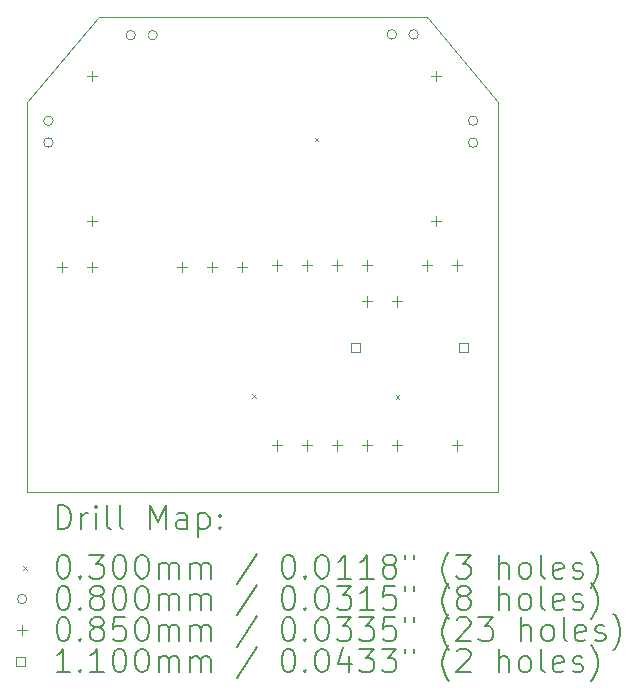
<source format=gbr>
%TF.GenerationSoftware,KiCad,Pcbnew,9.0.5*%
%TF.CreationDate,2025-12-02T21:38:52+01:00*%
%TF.ProjectId,ToyBoard,546f7942-6f61-4726-942e-6b696361645f,rev?*%
%TF.SameCoordinates,Original*%
%TF.FileFunction,Drillmap*%
%TF.FilePolarity,Positive*%
%FSLAX45Y45*%
G04 Gerber Fmt 4.5, Leading zero omitted, Abs format (unit mm)*
G04 Created by KiCad (PCBNEW 9.0.5) date 2025-12-02 21:38:52*
%MOMM*%
%LPD*%
G01*
G04 APERTURE LIST*
%ADD10C,0.038100*%
%ADD11C,0.200000*%
%ADD12C,0.100000*%
%ADD13C,0.110000*%
G04 APERTURE END LIST*
D10*
X12310000Y-9370000D02*
X12320000Y-9360000D01*
X15100000Y-9370000D02*
X15090000Y-9360000D01*
X11710000Y-13385800D02*
X15697200Y-13385800D01*
X15090000Y-9360000D02*
X12320000Y-9360000D01*
X15697200Y-13385800D02*
X15697200Y-10083800D01*
X11710000Y-10084176D02*
X11710000Y-13385800D01*
X11710000Y-10084176D02*
X12310000Y-9370000D01*
X15697200Y-10083800D02*
X15100000Y-9370000D01*
D11*
D12*
X13617500Y-12558000D02*
X13647500Y-12588000D01*
X13647500Y-12558000D02*
X13617500Y-12588000D01*
X14145000Y-10387500D02*
X14175000Y-10417500D01*
X14175000Y-10387500D02*
X14145000Y-10417500D01*
X14831068Y-12566068D02*
X14861068Y-12596068D01*
X14861068Y-12566068D02*
X14831068Y-12596068D01*
X11930050Y-10242500D02*
G75*
G02*
X11850050Y-10242500I-40000J0D01*
G01*
X11850050Y-10242500D02*
G75*
G02*
X11930050Y-10242500I40000J0D01*
G01*
X11930050Y-10427500D02*
G75*
G02*
X11850050Y-10427500I-40000J0D01*
G01*
X11850050Y-10427500D02*
G75*
G02*
X11930050Y-10427500I40000J0D01*
G01*
X12627500Y-9518500D02*
G75*
G02*
X12547500Y-9518500I-40000J0D01*
G01*
X12547500Y-9518500D02*
G75*
G02*
X12627500Y-9518500I40000J0D01*
G01*
X12812500Y-9518500D02*
G75*
G02*
X12732500Y-9518500I-40000J0D01*
G01*
X12732500Y-9518500D02*
G75*
G02*
X12812500Y-9518500I40000J0D01*
G01*
X14837500Y-9511500D02*
G75*
G02*
X14757500Y-9511500I-40000J0D01*
G01*
X14757500Y-9511500D02*
G75*
G02*
X14837500Y-9511500I40000J0D01*
G01*
X15022500Y-9511500D02*
G75*
G02*
X14942500Y-9511500I-40000J0D01*
G01*
X14942500Y-9511500D02*
G75*
G02*
X15022500Y-9511500I40000J0D01*
G01*
X15525800Y-10242500D02*
G75*
G02*
X15445800Y-10242500I-40000J0D01*
G01*
X15445800Y-10242500D02*
G75*
G02*
X15525800Y-10242500I40000J0D01*
G01*
X15525800Y-10427500D02*
G75*
G02*
X15445800Y-10427500I-40000J0D01*
G01*
X15445800Y-10427500D02*
G75*
G02*
X15525800Y-10427500I40000J0D01*
G01*
X12008000Y-11435500D02*
X12008000Y-11520500D01*
X11965500Y-11478000D02*
X12050500Y-11478000D01*
X12258200Y-9820600D02*
X12258200Y-9905600D01*
X12215700Y-9863100D02*
X12300700Y-9863100D01*
X12258200Y-11052500D02*
X12258200Y-11137500D01*
X12215700Y-11095000D02*
X12300700Y-11095000D01*
X12262000Y-11435500D02*
X12262000Y-11520500D01*
X12219500Y-11478000D02*
X12304500Y-11478000D01*
X13024000Y-11435500D02*
X13024000Y-11520500D01*
X12981500Y-11478000D02*
X13066500Y-11478000D01*
X13278000Y-11435500D02*
X13278000Y-11520500D01*
X13235500Y-11478000D02*
X13320500Y-11478000D01*
X13532000Y-11435500D02*
X13532000Y-11520500D01*
X13489500Y-11478000D02*
X13574500Y-11478000D01*
X13828000Y-11425500D02*
X13828000Y-11510500D01*
X13785500Y-11468000D02*
X13870500Y-11468000D01*
X13828000Y-12949500D02*
X13828000Y-13034500D01*
X13785500Y-12992000D02*
X13870500Y-12992000D01*
X14082000Y-11425500D02*
X14082000Y-11510500D01*
X14039500Y-11468000D02*
X14124500Y-11468000D01*
X14082000Y-12949500D02*
X14082000Y-13034500D01*
X14039500Y-12992000D02*
X14124500Y-12992000D01*
X14336000Y-11425500D02*
X14336000Y-11510500D01*
X14293500Y-11468000D02*
X14378500Y-11468000D01*
X14336000Y-12949500D02*
X14336000Y-13034500D01*
X14293500Y-12992000D02*
X14378500Y-12992000D01*
X14590000Y-11425500D02*
X14590000Y-11510500D01*
X14547500Y-11468000D02*
X14632500Y-11468000D01*
X14590000Y-11730300D02*
X14590000Y-11815300D01*
X14547500Y-11772800D02*
X14632500Y-11772800D01*
X14590000Y-12949500D02*
X14590000Y-13034500D01*
X14547500Y-12992000D02*
X14632500Y-12992000D01*
X14844000Y-11730300D02*
X14844000Y-11815300D01*
X14801500Y-11772800D02*
X14886500Y-11772800D01*
X14844000Y-12949500D02*
X14844000Y-13034500D01*
X14801500Y-12992000D02*
X14886500Y-12992000D01*
X15098000Y-11425500D02*
X15098000Y-11510500D01*
X15055500Y-11468000D02*
X15140500Y-11468000D01*
X15171580Y-9820600D02*
X15171580Y-9905600D01*
X15129080Y-9863100D02*
X15214080Y-9863100D01*
X15171580Y-11052500D02*
X15171580Y-11137500D01*
X15129080Y-11095000D02*
X15214080Y-11095000D01*
X15352000Y-11425500D02*
X15352000Y-11510500D01*
X15309500Y-11468000D02*
X15394500Y-11468000D01*
X15352000Y-12949500D02*
X15352000Y-13034500D01*
X15309500Y-12992000D02*
X15394500Y-12992000D01*
D13*
X14531691Y-12198891D02*
X14531691Y-12121109D01*
X14453909Y-12121109D01*
X14453909Y-12198891D01*
X14531691Y-12198891D01*
X15446091Y-12198891D02*
X15446091Y-12121109D01*
X15368309Y-12121109D01*
X15368309Y-12198891D01*
X15446091Y-12198891D01*
D11*
X11968872Y-13699189D02*
X11968872Y-13499189D01*
X11968872Y-13499189D02*
X12016491Y-13499189D01*
X12016491Y-13499189D02*
X12045062Y-13508713D01*
X12045062Y-13508713D02*
X12064110Y-13527760D01*
X12064110Y-13527760D02*
X12073634Y-13546808D01*
X12073634Y-13546808D02*
X12083157Y-13584903D01*
X12083157Y-13584903D02*
X12083157Y-13613474D01*
X12083157Y-13613474D02*
X12073634Y-13651570D01*
X12073634Y-13651570D02*
X12064110Y-13670617D01*
X12064110Y-13670617D02*
X12045062Y-13689665D01*
X12045062Y-13689665D02*
X12016491Y-13699189D01*
X12016491Y-13699189D02*
X11968872Y-13699189D01*
X12168872Y-13699189D02*
X12168872Y-13565855D01*
X12168872Y-13603951D02*
X12178396Y-13584903D01*
X12178396Y-13584903D02*
X12187919Y-13575379D01*
X12187919Y-13575379D02*
X12206967Y-13565855D01*
X12206967Y-13565855D02*
X12226015Y-13565855D01*
X12292681Y-13699189D02*
X12292681Y-13565855D01*
X12292681Y-13499189D02*
X12283157Y-13508713D01*
X12283157Y-13508713D02*
X12292681Y-13518236D01*
X12292681Y-13518236D02*
X12302205Y-13508713D01*
X12302205Y-13508713D02*
X12292681Y-13499189D01*
X12292681Y-13499189D02*
X12292681Y-13518236D01*
X12416491Y-13699189D02*
X12397443Y-13689665D01*
X12397443Y-13689665D02*
X12387919Y-13670617D01*
X12387919Y-13670617D02*
X12387919Y-13499189D01*
X12521253Y-13699189D02*
X12502205Y-13689665D01*
X12502205Y-13689665D02*
X12492681Y-13670617D01*
X12492681Y-13670617D02*
X12492681Y-13499189D01*
X12749824Y-13699189D02*
X12749824Y-13499189D01*
X12749824Y-13499189D02*
X12816491Y-13642046D01*
X12816491Y-13642046D02*
X12883157Y-13499189D01*
X12883157Y-13499189D02*
X12883157Y-13699189D01*
X13064110Y-13699189D02*
X13064110Y-13594427D01*
X13064110Y-13594427D02*
X13054586Y-13575379D01*
X13054586Y-13575379D02*
X13035538Y-13565855D01*
X13035538Y-13565855D02*
X12997443Y-13565855D01*
X12997443Y-13565855D02*
X12978396Y-13575379D01*
X13064110Y-13689665D02*
X13045062Y-13699189D01*
X13045062Y-13699189D02*
X12997443Y-13699189D01*
X12997443Y-13699189D02*
X12978396Y-13689665D01*
X12978396Y-13689665D02*
X12968872Y-13670617D01*
X12968872Y-13670617D02*
X12968872Y-13651570D01*
X12968872Y-13651570D02*
X12978396Y-13632522D01*
X12978396Y-13632522D02*
X12997443Y-13622998D01*
X12997443Y-13622998D02*
X13045062Y-13622998D01*
X13045062Y-13622998D02*
X13064110Y-13613474D01*
X13159348Y-13565855D02*
X13159348Y-13765855D01*
X13159348Y-13575379D02*
X13178396Y-13565855D01*
X13178396Y-13565855D02*
X13216491Y-13565855D01*
X13216491Y-13565855D02*
X13235538Y-13575379D01*
X13235538Y-13575379D02*
X13245062Y-13584903D01*
X13245062Y-13584903D02*
X13254586Y-13603951D01*
X13254586Y-13603951D02*
X13254586Y-13661093D01*
X13254586Y-13661093D02*
X13245062Y-13680141D01*
X13245062Y-13680141D02*
X13235538Y-13689665D01*
X13235538Y-13689665D02*
X13216491Y-13699189D01*
X13216491Y-13699189D02*
X13178396Y-13699189D01*
X13178396Y-13699189D02*
X13159348Y-13689665D01*
X13340300Y-13680141D02*
X13349824Y-13689665D01*
X13349824Y-13689665D02*
X13340300Y-13699189D01*
X13340300Y-13699189D02*
X13330777Y-13689665D01*
X13330777Y-13689665D02*
X13340300Y-13680141D01*
X13340300Y-13680141D02*
X13340300Y-13699189D01*
X13340300Y-13575379D02*
X13349824Y-13584903D01*
X13349824Y-13584903D02*
X13340300Y-13594427D01*
X13340300Y-13594427D02*
X13330777Y-13584903D01*
X13330777Y-13584903D02*
X13340300Y-13575379D01*
X13340300Y-13575379D02*
X13340300Y-13594427D01*
D12*
X11678095Y-14012705D02*
X11708095Y-14042705D01*
X11708095Y-14012705D02*
X11678095Y-14042705D01*
D11*
X12006967Y-13919189D02*
X12026015Y-13919189D01*
X12026015Y-13919189D02*
X12045062Y-13928713D01*
X12045062Y-13928713D02*
X12054586Y-13938236D01*
X12054586Y-13938236D02*
X12064110Y-13957284D01*
X12064110Y-13957284D02*
X12073634Y-13995379D01*
X12073634Y-13995379D02*
X12073634Y-14042998D01*
X12073634Y-14042998D02*
X12064110Y-14081093D01*
X12064110Y-14081093D02*
X12054586Y-14100141D01*
X12054586Y-14100141D02*
X12045062Y-14109665D01*
X12045062Y-14109665D02*
X12026015Y-14119189D01*
X12026015Y-14119189D02*
X12006967Y-14119189D01*
X12006967Y-14119189D02*
X11987919Y-14109665D01*
X11987919Y-14109665D02*
X11978396Y-14100141D01*
X11978396Y-14100141D02*
X11968872Y-14081093D01*
X11968872Y-14081093D02*
X11959348Y-14042998D01*
X11959348Y-14042998D02*
X11959348Y-13995379D01*
X11959348Y-13995379D02*
X11968872Y-13957284D01*
X11968872Y-13957284D02*
X11978396Y-13938236D01*
X11978396Y-13938236D02*
X11987919Y-13928713D01*
X11987919Y-13928713D02*
X12006967Y-13919189D01*
X12159348Y-14100141D02*
X12168872Y-14109665D01*
X12168872Y-14109665D02*
X12159348Y-14119189D01*
X12159348Y-14119189D02*
X12149824Y-14109665D01*
X12149824Y-14109665D02*
X12159348Y-14100141D01*
X12159348Y-14100141D02*
X12159348Y-14119189D01*
X12235538Y-13919189D02*
X12359348Y-13919189D01*
X12359348Y-13919189D02*
X12292681Y-13995379D01*
X12292681Y-13995379D02*
X12321253Y-13995379D01*
X12321253Y-13995379D02*
X12340300Y-14004903D01*
X12340300Y-14004903D02*
X12349824Y-14014427D01*
X12349824Y-14014427D02*
X12359348Y-14033474D01*
X12359348Y-14033474D02*
X12359348Y-14081093D01*
X12359348Y-14081093D02*
X12349824Y-14100141D01*
X12349824Y-14100141D02*
X12340300Y-14109665D01*
X12340300Y-14109665D02*
X12321253Y-14119189D01*
X12321253Y-14119189D02*
X12264110Y-14119189D01*
X12264110Y-14119189D02*
X12245062Y-14109665D01*
X12245062Y-14109665D02*
X12235538Y-14100141D01*
X12483157Y-13919189D02*
X12502205Y-13919189D01*
X12502205Y-13919189D02*
X12521253Y-13928713D01*
X12521253Y-13928713D02*
X12530777Y-13938236D01*
X12530777Y-13938236D02*
X12540300Y-13957284D01*
X12540300Y-13957284D02*
X12549824Y-13995379D01*
X12549824Y-13995379D02*
X12549824Y-14042998D01*
X12549824Y-14042998D02*
X12540300Y-14081093D01*
X12540300Y-14081093D02*
X12530777Y-14100141D01*
X12530777Y-14100141D02*
X12521253Y-14109665D01*
X12521253Y-14109665D02*
X12502205Y-14119189D01*
X12502205Y-14119189D02*
X12483157Y-14119189D01*
X12483157Y-14119189D02*
X12464110Y-14109665D01*
X12464110Y-14109665D02*
X12454586Y-14100141D01*
X12454586Y-14100141D02*
X12445062Y-14081093D01*
X12445062Y-14081093D02*
X12435538Y-14042998D01*
X12435538Y-14042998D02*
X12435538Y-13995379D01*
X12435538Y-13995379D02*
X12445062Y-13957284D01*
X12445062Y-13957284D02*
X12454586Y-13938236D01*
X12454586Y-13938236D02*
X12464110Y-13928713D01*
X12464110Y-13928713D02*
X12483157Y-13919189D01*
X12673634Y-13919189D02*
X12692681Y-13919189D01*
X12692681Y-13919189D02*
X12711729Y-13928713D01*
X12711729Y-13928713D02*
X12721253Y-13938236D01*
X12721253Y-13938236D02*
X12730777Y-13957284D01*
X12730777Y-13957284D02*
X12740300Y-13995379D01*
X12740300Y-13995379D02*
X12740300Y-14042998D01*
X12740300Y-14042998D02*
X12730777Y-14081093D01*
X12730777Y-14081093D02*
X12721253Y-14100141D01*
X12721253Y-14100141D02*
X12711729Y-14109665D01*
X12711729Y-14109665D02*
X12692681Y-14119189D01*
X12692681Y-14119189D02*
X12673634Y-14119189D01*
X12673634Y-14119189D02*
X12654586Y-14109665D01*
X12654586Y-14109665D02*
X12645062Y-14100141D01*
X12645062Y-14100141D02*
X12635538Y-14081093D01*
X12635538Y-14081093D02*
X12626015Y-14042998D01*
X12626015Y-14042998D02*
X12626015Y-13995379D01*
X12626015Y-13995379D02*
X12635538Y-13957284D01*
X12635538Y-13957284D02*
X12645062Y-13938236D01*
X12645062Y-13938236D02*
X12654586Y-13928713D01*
X12654586Y-13928713D02*
X12673634Y-13919189D01*
X12826015Y-14119189D02*
X12826015Y-13985855D01*
X12826015Y-14004903D02*
X12835538Y-13995379D01*
X12835538Y-13995379D02*
X12854586Y-13985855D01*
X12854586Y-13985855D02*
X12883158Y-13985855D01*
X12883158Y-13985855D02*
X12902205Y-13995379D01*
X12902205Y-13995379D02*
X12911729Y-14014427D01*
X12911729Y-14014427D02*
X12911729Y-14119189D01*
X12911729Y-14014427D02*
X12921253Y-13995379D01*
X12921253Y-13995379D02*
X12940300Y-13985855D01*
X12940300Y-13985855D02*
X12968872Y-13985855D01*
X12968872Y-13985855D02*
X12987919Y-13995379D01*
X12987919Y-13995379D02*
X12997443Y-14014427D01*
X12997443Y-14014427D02*
X12997443Y-14119189D01*
X13092681Y-14119189D02*
X13092681Y-13985855D01*
X13092681Y-14004903D02*
X13102205Y-13995379D01*
X13102205Y-13995379D02*
X13121253Y-13985855D01*
X13121253Y-13985855D02*
X13149824Y-13985855D01*
X13149824Y-13985855D02*
X13168872Y-13995379D01*
X13168872Y-13995379D02*
X13178396Y-14014427D01*
X13178396Y-14014427D02*
X13178396Y-14119189D01*
X13178396Y-14014427D02*
X13187919Y-13995379D01*
X13187919Y-13995379D02*
X13206967Y-13985855D01*
X13206967Y-13985855D02*
X13235538Y-13985855D01*
X13235538Y-13985855D02*
X13254586Y-13995379D01*
X13254586Y-13995379D02*
X13264110Y-14014427D01*
X13264110Y-14014427D02*
X13264110Y-14119189D01*
X13654586Y-13909665D02*
X13483158Y-14166808D01*
X13911729Y-13919189D02*
X13930777Y-13919189D01*
X13930777Y-13919189D02*
X13949824Y-13928713D01*
X13949824Y-13928713D02*
X13959348Y-13938236D01*
X13959348Y-13938236D02*
X13968872Y-13957284D01*
X13968872Y-13957284D02*
X13978396Y-13995379D01*
X13978396Y-13995379D02*
X13978396Y-14042998D01*
X13978396Y-14042998D02*
X13968872Y-14081093D01*
X13968872Y-14081093D02*
X13959348Y-14100141D01*
X13959348Y-14100141D02*
X13949824Y-14109665D01*
X13949824Y-14109665D02*
X13930777Y-14119189D01*
X13930777Y-14119189D02*
X13911729Y-14119189D01*
X13911729Y-14119189D02*
X13892681Y-14109665D01*
X13892681Y-14109665D02*
X13883158Y-14100141D01*
X13883158Y-14100141D02*
X13873634Y-14081093D01*
X13873634Y-14081093D02*
X13864110Y-14042998D01*
X13864110Y-14042998D02*
X13864110Y-13995379D01*
X13864110Y-13995379D02*
X13873634Y-13957284D01*
X13873634Y-13957284D02*
X13883158Y-13938236D01*
X13883158Y-13938236D02*
X13892681Y-13928713D01*
X13892681Y-13928713D02*
X13911729Y-13919189D01*
X14064110Y-14100141D02*
X14073634Y-14109665D01*
X14073634Y-14109665D02*
X14064110Y-14119189D01*
X14064110Y-14119189D02*
X14054586Y-14109665D01*
X14054586Y-14109665D02*
X14064110Y-14100141D01*
X14064110Y-14100141D02*
X14064110Y-14119189D01*
X14197443Y-13919189D02*
X14216491Y-13919189D01*
X14216491Y-13919189D02*
X14235539Y-13928713D01*
X14235539Y-13928713D02*
X14245062Y-13938236D01*
X14245062Y-13938236D02*
X14254586Y-13957284D01*
X14254586Y-13957284D02*
X14264110Y-13995379D01*
X14264110Y-13995379D02*
X14264110Y-14042998D01*
X14264110Y-14042998D02*
X14254586Y-14081093D01*
X14254586Y-14081093D02*
X14245062Y-14100141D01*
X14245062Y-14100141D02*
X14235539Y-14109665D01*
X14235539Y-14109665D02*
X14216491Y-14119189D01*
X14216491Y-14119189D02*
X14197443Y-14119189D01*
X14197443Y-14119189D02*
X14178396Y-14109665D01*
X14178396Y-14109665D02*
X14168872Y-14100141D01*
X14168872Y-14100141D02*
X14159348Y-14081093D01*
X14159348Y-14081093D02*
X14149824Y-14042998D01*
X14149824Y-14042998D02*
X14149824Y-13995379D01*
X14149824Y-13995379D02*
X14159348Y-13957284D01*
X14159348Y-13957284D02*
X14168872Y-13938236D01*
X14168872Y-13938236D02*
X14178396Y-13928713D01*
X14178396Y-13928713D02*
X14197443Y-13919189D01*
X14454586Y-14119189D02*
X14340301Y-14119189D01*
X14397443Y-14119189D02*
X14397443Y-13919189D01*
X14397443Y-13919189D02*
X14378396Y-13947760D01*
X14378396Y-13947760D02*
X14359348Y-13966808D01*
X14359348Y-13966808D02*
X14340301Y-13976332D01*
X14645062Y-14119189D02*
X14530777Y-14119189D01*
X14587920Y-14119189D02*
X14587920Y-13919189D01*
X14587920Y-13919189D02*
X14568872Y-13947760D01*
X14568872Y-13947760D02*
X14549824Y-13966808D01*
X14549824Y-13966808D02*
X14530777Y-13976332D01*
X14759348Y-14004903D02*
X14740301Y-13995379D01*
X14740301Y-13995379D02*
X14730777Y-13985855D01*
X14730777Y-13985855D02*
X14721253Y-13966808D01*
X14721253Y-13966808D02*
X14721253Y-13957284D01*
X14721253Y-13957284D02*
X14730777Y-13938236D01*
X14730777Y-13938236D02*
X14740301Y-13928713D01*
X14740301Y-13928713D02*
X14759348Y-13919189D01*
X14759348Y-13919189D02*
X14797443Y-13919189D01*
X14797443Y-13919189D02*
X14816491Y-13928713D01*
X14816491Y-13928713D02*
X14826015Y-13938236D01*
X14826015Y-13938236D02*
X14835539Y-13957284D01*
X14835539Y-13957284D02*
X14835539Y-13966808D01*
X14835539Y-13966808D02*
X14826015Y-13985855D01*
X14826015Y-13985855D02*
X14816491Y-13995379D01*
X14816491Y-13995379D02*
X14797443Y-14004903D01*
X14797443Y-14004903D02*
X14759348Y-14004903D01*
X14759348Y-14004903D02*
X14740301Y-14014427D01*
X14740301Y-14014427D02*
X14730777Y-14023951D01*
X14730777Y-14023951D02*
X14721253Y-14042998D01*
X14721253Y-14042998D02*
X14721253Y-14081093D01*
X14721253Y-14081093D02*
X14730777Y-14100141D01*
X14730777Y-14100141D02*
X14740301Y-14109665D01*
X14740301Y-14109665D02*
X14759348Y-14119189D01*
X14759348Y-14119189D02*
X14797443Y-14119189D01*
X14797443Y-14119189D02*
X14816491Y-14109665D01*
X14816491Y-14109665D02*
X14826015Y-14100141D01*
X14826015Y-14100141D02*
X14835539Y-14081093D01*
X14835539Y-14081093D02*
X14835539Y-14042998D01*
X14835539Y-14042998D02*
X14826015Y-14023951D01*
X14826015Y-14023951D02*
X14816491Y-14014427D01*
X14816491Y-14014427D02*
X14797443Y-14004903D01*
X14911729Y-13919189D02*
X14911729Y-13957284D01*
X14987920Y-13919189D02*
X14987920Y-13957284D01*
X15283158Y-14195379D02*
X15273634Y-14185855D01*
X15273634Y-14185855D02*
X15254586Y-14157284D01*
X15254586Y-14157284D02*
X15245063Y-14138236D01*
X15245063Y-14138236D02*
X15235539Y-14109665D01*
X15235539Y-14109665D02*
X15226015Y-14062046D01*
X15226015Y-14062046D02*
X15226015Y-14023951D01*
X15226015Y-14023951D02*
X15235539Y-13976332D01*
X15235539Y-13976332D02*
X15245063Y-13947760D01*
X15245063Y-13947760D02*
X15254586Y-13928713D01*
X15254586Y-13928713D02*
X15273634Y-13900141D01*
X15273634Y-13900141D02*
X15283158Y-13890617D01*
X15340301Y-13919189D02*
X15464110Y-13919189D01*
X15464110Y-13919189D02*
X15397443Y-13995379D01*
X15397443Y-13995379D02*
X15426015Y-13995379D01*
X15426015Y-13995379D02*
X15445063Y-14004903D01*
X15445063Y-14004903D02*
X15454586Y-14014427D01*
X15454586Y-14014427D02*
X15464110Y-14033474D01*
X15464110Y-14033474D02*
X15464110Y-14081093D01*
X15464110Y-14081093D02*
X15454586Y-14100141D01*
X15454586Y-14100141D02*
X15445063Y-14109665D01*
X15445063Y-14109665D02*
X15426015Y-14119189D01*
X15426015Y-14119189D02*
X15368872Y-14119189D01*
X15368872Y-14119189D02*
X15349824Y-14109665D01*
X15349824Y-14109665D02*
X15340301Y-14100141D01*
X15702205Y-14119189D02*
X15702205Y-13919189D01*
X15787920Y-14119189D02*
X15787920Y-14014427D01*
X15787920Y-14014427D02*
X15778396Y-13995379D01*
X15778396Y-13995379D02*
X15759348Y-13985855D01*
X15759348Y-13985855D02*
X15730777Y-13985855D01*
X15730777Y-13985855D02*
X15711729Y-13995379D01*
X15711729Y-13995379D02*
X15702205Y-14004903D01*
X15911729Y-14119189D02*
X15892682Y-14109665D01*
X15892682Y-14109665D02*
X15883158Y-14100141D01*
X15883158Y-14100141D02*
X15873634Y-14081093D01*
X15873634Y-14081093D02*
X15873634Y-14023951D01*
X15873634Y-14023951D02*
X15883158Y-14004903D01*
X15883158Y-14004903D02*
X15892682Y-13995379D01*
X15892682Y-13995379D02*
X15911729Y-13985855D01*
X15911729Y-13985855D02*
X15940301Y-13985855D01*
X15940301Y-13985855D02*
X15959348Y-13995379D01*
X15959348Y-13995379D02*
X15968872Y-14004903D01*
X15968872Y-14004903D02*
X15978396Y-14023951D01*
X15978396Y-14023951D02*
X15978396Y-14081093D01*
X15978396Y-14081093D02*
X15968872Y-14100141D01*
X15968872Y-14100141D02*
X15959348Y-14109665D01*
X15959348Y-14109665D02*
X15940301Y-14119189D01*
X15940301Y-14119189D02*
X15911729Y-14119189D01*
X16092682Y-14119189D02*
X16073634Y-14109665D01*
X16073634Y-14109665D02*
X16064110Y-14090617D01*
X16064110Y-14090617D02*
X16064110Y-13919189D01*
X16245063Y-14109665D02*
X16226015Y-14119189D01*
X16226015Y-14119189D02*
X16187920Y-14119189D01*
X16187920Y-14119189D02*
X16168872Y-14109665D01*
X16168872Y-14109665D02*
X16159348Y-14090617D01*
X16159348Y-14090617D02*
X16159348Y-14014427D01*
X16159348Y-14014427D02*
X16168872Y-13995379D01*
X16168872Y-13995379D02*
X16187920Y-13985855D01*
X16187920Y-13985855D02*
X16226015Y-13985855D01*
X16226015Y-13985855D02*
X16245063Y-13995379D01*
X16245063Y-13995379D02*
X16254586Y-14014427D01*
X16254586Y-14014427D02*
X16254586Y-14033474D01*
X16254586Y-14033474D02*
X16159348Y-14052522D01*
X16330777Y-14109665D02*
X16349825Y-14119189D01*
X16349825Y-14119189D02*
X16387920Y-14119189D01*
X16387920Y-14119189D02*
X16406967Y-14109665D01*
X16406967Y-14109665D02*
X16416491Y-14090617D01*
X16416491Y-14090617D02*
X16416491Y-14081093D01*
X16416491Y-14081093D02*
X16406967Y-14062046D01*
X16406967Y-14062046D02*
X16387920Y-14052522D01*
X16387920Y-14052522D02*
X16359348Y-14052522D01*
X16359348Y-14052522D02*
X16340301Y-14042998D01*
X16340301Y-14042998D02*
X16330777Y-14023951D01*
X16330777Y-14023951D02*
X16330777Y-14014427D01*
X16330777Y-14014427D02*
X16340301Y-13995379D01*
X16340301Y-13995379D02*
X16359348Y-13985855D01*
X16359348Y-13985855D02*
X16387920Y-13985855D01*
X16387920Y-13985855D02*
X16406967Y-13995379D01*
X16483158Y-14195379D02*
X16492682Y-14185855D01*
X16492682Y-14185855D02*
X16511729Y-14157284D01*
X16511729Y-14157284D02*
X16521253Y-14138236D01*
X16521253Y-14138236D02*
X16530777Y-14109665D01*
X16530777Y-14109665D02*
X16540301Y-14062046D01*
X16540301Y-14062046D02*
X16540301Y-14023951D01*
X16540301Y-14023951D02*
X16530777Y-13976332D01*
X16530777Y-13976332D02*
X16521253Y-13947760D01*
X16521253Y-13947760D02*
X16511729Y-13928713D01*
X16511729Y-13928713D02*
X16492682Y-13900141D01*
X16492682Y-13900141D02*
X16483158Y-13890617D01*
D12*
X11708095Y-14291705D02*
G75*
G02*
X11628095Y-14291705I-40000J0D01*
G01*
X11628095Y-14291705D02*
G75*
G02*
X11708095Y-14291705I40000J0D01*
G01*
D11*
X12006967Y-14183189D02*
X12026015Y-14183189D01*
X12026015Y-14183189D02*
X12045062Y-14192713D01*
X12045062Y-14192713D02*
X12054586Y-14202236D01*
X12054586Y-14202236D02*
X12064110Y-14221284D01*
X12064110Y-14221284D02*
X12073634Y-14259379D01*
X12073634Y-14259379D02*
X12073634Y-14306998D01*
X12073634Y-14306998D02*
X12064110Y-14345093D01*
X12064110Y-14345093D02*
X12054586Y-14364141D01*
X12054586Y-14364141D02*
X12045062Y-14373665D01*
X12045062Y-14373665D02*
X12026015Y-14383189D01*
X12026015Y-14383189D02*
X12006967Y-14383189D01*
X12006967Y-14383189D02*
X11987919Y-14373665D01*
X11987919Y-14373665D02*
X11978396Y-14364141D01*
X11978396Y-14364141D02*
X11968872Y-14345093D01*
X11968872Y-14345093D02*
X11959348Y-14306998D01*
X11959348Y-14306998D02*
X11959348Y-14259379D01*
X11959348Y-14259379D02*
X11968872Y-14221284D01*
X11968872Y-14221284D02*
X11978396Y-14202236D01*
X11978396Y-14202236D02*
X11987919Y-14192713D01*
X11987919Y-14192713D02*
X12006967Y-14183189D01*
X12159348Y-14364141D02*
X12168872Y-14373665D01*
X12168872Y-14373665D02*
X12159348Y-14383189D01*
X12159348Y-14383189D02*
X12149824Y-14373665D01*
X12149824Y-14373665D02*
X12159348Y-14364141D01*
X12159348Y-14364141D02*
X12159348Y-14383189D01*
X12283157Y-14268903D02*
X12264110Y-14259379D01*
X12264110Y-14259379D02*
X12254586Y-14249855D01*
X12254586Y-14249855D02*
X12245062Y-14230808D01*
X12245062Y-14230808D02*
X12245062Y-14221284D01*
X12245062Y-14221284D02*
X12254586Y-14202236D01*
X12254586Y-14202236D02*
X12264110Y-14192713D01*
X12264110Y-14192713D02*
X12283157Y-14183189D01*
X12283157Y-14183189D02*
X12321253Y-14183189D01*
X12321253Y-14183189D02*
X12340300Y-14192713D01*
X12340300Y-14192713D02*
X12349824Y-14202236D01*
X12349824Y-14202236D02*
X12359348Y-14221284D01*
X12359348Y-14221284D02*
X12359348Y-14230808D01*
X12359348Y-14230808D02*
X12349824Y-14249855D01*
X12349824Y-14249855D02*
X12340300Y-14259379D01*
X12340300Y-14259379D02*
X12321253Y-14268903D01*
X12321253Y-14268903D02*
X12283157Y-14268903D01*
X12283157Y-14268903D02*
X12264110Y-14278427D01*
X12264110Y-14278427D02*
X12254586Y-14287951D01*
X12254586Y-14287951D02*
X12245062Y-14306998D01*
X12245062Y-14306998D02*
X12245062Y-14345093D01*
X12245062Y-14345093D02*
X12254586Y-14364141D01*
X12254586Y-14364141D02*
X12264110Y-14373665D01*
X12264110Y-14373665D02*
X12283157Y-14383189D01*
X12283157Y-14383189D02*
X12321253Y-14383189D01*
X12321253Y-14383189D02*
X12340300Y-14373665D01*
X12340300Y-14373665D02*
X12349824Y-14364141D01*
X12349824Y-14364141D02*
X12359348Y-14345093D01*
X12359348Y-14345093D02*
X12359348Y-14306998D01*
X12359348Y-14306998D02*
X12349824Y-14287951D01*
X12349824Y-14287951D02*
X12340300Y-14278427D01*
X12340300Y-14278427D02*
X12321253Y-14268903D01*
X12483157Y-14183189D02*
X12502205Y-14183189D01*
X12502205Y-14183189D02*
X12521253Y-14192713D01*
X12521253Y-14192713D02*
X12530777Y-14202236D01*
X12530777Y-14202236D02*
X12540300Y-14221284D01*
X12540300Y-14221284D02*
X12549824Y-14259379D01*
X12549824Y-14259379D02*
X12549824Y-14306998D01*
X12549824Y-14306998D02*
X12540300Y-14345093D01*
X12540300Y-14345093D02*
X12530777Y-14364141D01*
X12530777Y-14364141D02*
X12521253Y-14373665D01*
X12521253Y-14373665D02*
X12502205Y-14383189D01*
X12502205Y-14383189D02*
X12483157Y-14383189D01*
X12483157Y-14383189D02*
X12464110Y-14373665D01*
X12464110Y-14373665D02*
X12454586Y-14364141D01*
X12454586Y-14364141D02*
X12445062Y-14345093D01*
X12445062Y-14345093D02*
X12435538Y-14306998D01*
X12435538Y-14306998D02*
X12435538Y-14259379D01*
X12435538Y-14259379D02*
X12445062Y-14221284D01*
X12445062Y-14221284D02*
X12454586Y-14202236D01*
X12454586Y-14202236D02*
X12464110Y-14192713D01*
X12464110Y-14192713D02*
X12483157Y-14183189D01*
X12673634Y-14183189D02*
X12692681Y-14183189D01*
X12692681Y-14183189D02*
X12711729Y-14192713D01*
X12711729Y-14192713D02*
X12721253Y-14202236D01*
X12721253Y-14202236D02*
X12730777Y-14221284D01*
X12730777Y-14221284D02*
X12740300Y-14259379D01*
X12740300Y-14259379D02*
X12740300Y-14306998D01*
X12740300Y-14306998D02*
X12730777Y-14345093D01*
X12730777Y-14345093D02*
X12721253Y-14364141D01*
X12721253Y-14364141D02*
X12711729Y-14373665D01*
X12711729Y-14373665D02*
X12692681Y-14383189D01*
X12692681Y-14383189D02*
X12673634Y-14383189D01*
X12673634Y-14383189D02*
X12654586Y-14373665D01*
X12654586Y-14373665D02*
X12645062Y-14364141D01*
X12645062Y-14364141D02*
X12635538Y-14345093D01*
X12635538Y-14345093D02*
X12626015Y-14306998D01*
X12626015Y-14306998D02*
X12626015Y-14259379D01*
X12626015Y-14259379D02*
X12635538Y-14221284D01*
X12635538Y-14221284D02*
X12645062Y-14202236D01*
X12645062Y-14202236D02*
X12654586Y-14192713D01*
X12654586Y-14192713D02*
X12673634Y-14183189D01*
X12826015Y-14383189D02*
X12826015Y-14249855D01*
X12826015Y-14268903D02*
X12835538Y-14259379D01*
X12835538Y-14259379D02*
X12854586Y-14249855D01*
X12854586Y-14249855D02*
X12883158Y-14249855D01*
X12883158Y-14249855D02*
X12902205Y-14259379D01*
X12902205Y-14259379D02*
X12911729Y-14278427D01*
X12911729Y-14278427D02*
X12911729Y-14383189D01*
X12911729Y-14278427D02*
X12921253Y-14259379D01*
X12921253Y-14259379D02*
X12940300Y-14249855D01*
X12940300Y-14249855D02*
X12968872Y-14249855D01*
X12968872Y-14249855D02*
X12987919Y-14259379D01*
X12987919Y-14259379D02*
X12997443Y-14278427D01*
X12997443Y-14278427D02*
X12997443Y-14383189D01*
X13092681Y-14383189D02*
X13092681Y-14249855D01*
X13092681Y-14268903D02*
X13102205Y-14259379D01*
X13102205Y-14259379D02*
X13121253Y-14249855D01*
X13121253Y-14249855D02*
X13149824Y-14249855D01*
X13149824Y-14249855D02*
X13168872Y-14259379D01*
X13168872Y-14259379D02*
X13178396Y-14278427D01*
X13178396Y-14278427D02*
X13178396Y-14383189D01*
X13178396Y-14278427D02*
X13187919Y-14259379D01*
X13187919Y-14259379D02*
X13206967Y-14249855D01*
X13206967Y-14249855D02*
X13235538Y-14249855D01*
X13235538Y-14249855D02*
X13254586Y-14259379D01*
X13254586Y-14259379D02*
X13264110Y-14278427D01*
X13264110Y-14278427D02*
X13264110Y-14383189D01*
X13654586Y-14173665D02*
X13483158Y-14430808D01*
X13911729Y-14183189D02*
X13930777Y-14183189D01*
X13930777Y-14183189D02*
X13949824Y-14192713D01*
X13949824Y-14192713D02*
X13959348Y-14202236D01*
X13959348Y-14202236D02*
X13968872Y-14221284D01*
X13968872Y-14221284D02*
X13978396Y-14259379D01*
X13978396Y-14259379D02*
X13978396Y-14306998D01*
X13978396Y-14306998D02*
X13968872Y-14345093D01*
X13968872Y-14345093D02*
X13959348Y-14364141D01*
X13959348Y-14364141D02*
X13949824Y-14373665D01*
X13949824Y-14373665D02*
X13930777Y-14383189D01*
X13930777Y-14383189D02*
X13911729Y-14383189D01*
X13911729Y-14383189D02*
X13892681Y-14373665D01*
X13892681Y-14373665D02*
X13883158Y-14364141D01*
X13883158Y-14364141D02*
X13873634Y-14345093D01*
X13873634Y-14345093D02*
X13864110Y-14306998D01*
X13864110Y-14306998D02*
X13864110Y-14259379D01*
X13864110Y-14259379D02*
X13873634Y-14221284D01*
X13873634Y-14221284D02*
X13883158Y-14202236D01*
X13883158Y-14202236D02*
X13892681Y-14192713D01*
X13892681Y-14192713D02*
X13911729Y-14183189D01*
X14064110Y-14364141D02*
X14073634Y-14373665D01*
X14073634Y-14373665D02*
X14064110Y-14383189D01*
X14064110Y-14383189D02*
X14054586Y-14373665D01*
X14054586Y-14373665D02*
X14064110Y-14364141D01*
X14064110Y-14364141D02*
X14064110Y-14383189D01*
X14197443Y-14183189D02*
X14216491Y-14183189D01*
X14216491Y-14183189D02*
X14235539Y-14192713D01*
X14235539Y-14192713D02*
X14245062Y-14202236D01*
X14245062Y-14202236D02*
X14254586Y-14221284D01*
X14254586Y-14221284D02*
X14264110Y-14259379D01*
X14264110Y-14259379D02*
X14264110Y-14306998D01*
X14264110Y-14306998D02*
X14254586Y-14345093D01*
X14254586Y-14345093D02*
X14245062Y-14364141D01*
X14245062Y-14364141D02*
X14235539Y-14373665D01*
X14235539Y-14373665D02*
X14216491Y-14383189D01*
X14216491Y-14383189D02*
X14197443Y-14383189D01*
X14197443Y-14383189D02*
X14178396Y-14373665D01*
X14178396Y-14373665D02*
X14168872Y-14364141D01*
X14168872Y-14364141D02*
X14159348Y-14345093D01*
X14159348Y-14345093D02*
X14149824Y-14306998D01*
X14149824Y-14306998D02*
X14149824Y-14259379D01*
X14149824Y-14259379D02*
X14159348Y-14221284D01*
X14159348Y-14221284D02*
X14168872Y-14202236D01*
X14168872Y-14202236D02*
X14178396Y-14192713D01*
X14178396Y-14192713D02*
X14197443Y-14183189D01*
X14330777Y-14183189D02*
X14454586Y-14183189D01*
X14454586Y-14183189D02*
X14387920Y-14259379D01*
X14387920Y-14259379D02*
X14416491Y-14259379D01*
X14416491Y-14259379D02*
X14435539Y-14268903D01*
X14435539Y-14268903D02*
X14445062Y-14278427D01*
X14445062Y-14278427D02*
X14454586Y-14297474D01*
X14454586Y-14297474D02*
X14454586Y-14345093D01*
X14454586Y-14345093D02*
X14445062Y-14364141D01*
X14445062Y-14364141D02*
X14435539Y-14373665D01*
X14435539Y-14373665D02*
X14416491Y-14383189D01*
X14416491Y-14383189D02*
X14359348Y-14383189D01*
X14359348Y-14383189D02*
X14340301Y-14373665D01*
X14340301Y-14373665D02*
X14330777Y-14364141D01*
X14645062Y-14383189D02*
X14530777Y-14383189D01*
X14587920Y-14383189D02*
X14587920Y-14183189D01*
X14587920Y-14183189D02*
X14568872Y-14211760D01*
X14568872Y-14211760D02*
X14549824Y-14230808D01*
X14549824Y-14230808D02*
X14530777Y-14240332D01*
X14826015Y-14183189D02*
X14730777Y-14183189D01*
X14730777Y-14183189D02*
X14721253Y-14278427D01*
X14721253Y-14278427D02*
X14730777Y-14268903D01*
X14730777Y-14268903D02*
X14749824Y-14259379D01*
X14749824Y-14259379D02*
X14797443Y-14259379D01*
X14797443Y-14259379D02*
X14816491Y-14268903D01*
X14816491Y-14268903D02*
X14826015Y-14278427D01*
X14826015Y-14278427D02*
X14835539Y-14297474D01*
X14835539Y-14297474D02*
X14835539Y-14345093D01*
X14835539Y-14345093D02*
X14826015Y-14364141D01*
X14826015Y-14364141D02*
X14816491Y-14373665D01*
X14816491Y-14373665D02*
X14797443Y-14383189D01*
X14797443Y-14383189D02*
X14749824Y-14383189D01*
X14749824Y-14383189D02*
X14730777Y-14373665D01*
X14730777Y-14373665D02*
X14721253Y-14364141D01*
X14911729Y-14183189D02*
X14911729Y-14221284D01*
X14987920Y-14183189D02*
X14987920Y-14221284D01*
X15283158Y-14459379D02*
X15273634Y-14449855D01*
X15273634Y-14449855D02*
X15254586Y-14421284D01*
X15254586Y-14421284D02*
X15245063Y-14402236D01*
X15245063Y-14402236D02*
X15235539Y-14373665D01*
X15235539Y-14373665D02*
X15226015Y-14326046D01*
X15226015Y-14326046D02*
X15226015Y-14287951D01*
X15226015Y-14287951D02*
X15235539Y-14240332D01*
X15235539Y-14240332D02*
X15245063Y-14211760D01*
X15245063Y-14211760D02*
X15254586Y-14192713D01*
X15254586Y-14192713D02*
X15273634Y-14164141D01*
X15273634Y-14164141D02*
X15283158Y-14154617D01*
X15387920Y-14268903D02*
X15368872Y-14259379D01*
X15368872Y-14259379D02*
X15359348Y-14249855D01*
X15359348Y-14249855D02*
X15349824Y-14230808D01*
X15349824Y-14230808D02*
X15349824Y-14221284D01*
X15349824Y-14221284D02*
X15359348Y-14202236D01*
X15359348Y-14202236D02*
X15368872Y-14192713D01*
X15368872Y-14192713D02*
X15387920Y-14183189D01*
X15387920Y-14183189D02*
X15426015Y-14183189D01*
X15426015Y-14183189D02*
X15445063Y-14192713D01*
X15445063Y-14192713D02*
X15454586Y-14202236D01*
X15454586Y-14202236D02*
X15464110Y-14221284D01*
X15464110Y-14221284D02*
X15464110Y-14230808D01*
X15464110Y-14230808D02*
X15454586Y-14249855D01*
X15454586Y-14249855D02*
X15445063Y-14259379D01*
X15445063Y-14259379D02*
X15426015Y-14268903D01*
X15426015Y-14268903D02*
X15387920Y-14268903D01*
X15387920Y-14268903D02*
X15368872Y-14278427D01*
X15368872Y-14278427D02*
X15359348Y-14287951D01*
X15359348Y-14287951D02*
X15349824Y-14306998D01*
X15349824Y-14306998D02*
X15349824Y-14345093D01*
X15349824Y-14345093D02*
X15359348Y-14364141D01*
X15359348Y-14364141D02*
X15368872Y-14373665D01*
X15368872Y-14373665D02*
X15387920Y-14383189D01*
X15387920Y-14383189D02*
X15426015Y-14383189D01*
X15426015Y-14383189D02*
X15445063Y-14373665D01*
X15445063Y-14373665D02*
X15454586Y-14364141D01*
X15454586Y-14364141D02*
X15464110Y-14345093D01*
X15464110Y-14345093D02*
X15464110Y-14306998D01*
X15464110Y-14306998D02*
X15454586Y-14287951D01*
X15454586Y-14287951D02*
X15445063Y-14278427D01*
X15445063Y-14278427D02*
X15426015Y-14268903D01*
X15702205Y-14383189D02*
X15702205Y-14183189D01*
X15787920Y-14383189D02*
X15787920Y-14278427D01*
X15787920Y-14278427D02*
X15778396Y-14259379D01*
X15778396Y-14259379D02*
X15759348Y-14249855D01*
X15759348Y-14249855D02*
X15730777Y-14249855D01*
X15730777Y-14249855D02*
X15711729Y-14259379D01*
X15711729Y-14259379D02*
X15702205Y-14268903D01*
X15911729Y-14383189D02*
X15892682Y-14373665D01*
X15892682Y-14373665D02*
X15883158Y-14364141D01*
X15883158Y-14364141D02*
X15873634Y-14345093D01*
X15873634Y-14345093D02*
X15873634Y-14287951D01*
X15873634Y-14287951D02*
X15883158Y-14268903D01*
X15883158Y-14268903D02*
X15892682Y-14259379D01*
X15892682Y-14259379D02*
X15911729Y-14249855D01*
X15911729Y-14249855D02*
X15940301Y-14249855D01*
X15940301Y-14249855D02*
X15959348Y-14259379D01*
X15959348Y-14259379D02*
X15968872Y-14268903D01*
X15968872Y-14268903D02*
X15978396Y-14287951D01*
X15978396Y-14287951D02*
X15978396Y-14345093D01*
X15978396Y-14345093D02*
X15968872Y-14364141D01*
X15968872Y-14364141D02*
X15959348Y-14373665D01*
X15959348Y-14373665D02*
X15940301Y-14383189D01*
X15940301Y-14383189D02*
X15911729Y-14383189D01*
X16092682Y-14383189D02*
X16073634Y-14373665D01*
X16073634Y-14373665D02*
X16064110Y-14354617D01*
X16064110Y-14354617D02*
X16064110Y-14183189D01*
X16245063Y-14373665D02*
X16226015Y-14383189D01*
X16226015Y-14383189D02*
X16187920Y-14383189D01*
X16187920Y-14383189D02*
X16168872Y-14373665D01*
X16168872Y-14373665D02*
X16159348Y-14354617D01*
X16159348Y-14354617D02*
X16159348Y-14278427D01*
X16159348Y-14278427D02*
X16168872Y-14259379D01*
X16168872Y-14259379D02*
X16187920Y-14249855D01*
X16187920Y-14249855D02*
X16226015Y-14249855D01*
X16226015Y-14249855D02*
X16245063Y-14259379D01*
X16245063Y-14259379D02*
X16254586Y-14278427D01*
X16254586Y-14278427D02*
X16254586Y-14297474D01*
X16254586Y-14297474D02*
X16159348Y-14316522D01*
X16330777Y-14373665D02*
X16349825Y-14383189D01*
X16349825Y-14383189D02*
X16387920Y-14383189D01*
X16387920Y-14383189D02*
X16406967Y-14373665D01*
X16406967Y-14373665D02*
X16416491Y-14354617D01*
X16416491Y-14354617D02*
X16416491Y-14345093D01*
X16416491Y-14345093D02*
X16406967Y-14326046D01*
X16406967Y-14326046D02*
X16387920Y-14316522D01*
X16387920Y-14316522D02*
X16359348Y-14316522D01*
X16359348Y-14316522D02*
X16340301Y-14306998D01*
X16340301Y-14306998D02*
X16330777Y-14287951D01*
X16330777Y-14287951D02*
X16330777Y-14278427D01*
X16330777Y-14278427D02*
X16340301Y-14259379D01*
X16340301Y-14259379D02*
X16359348Y-14249855D01*
X16359348Y-14249855D02*
X16387920Y-14249855D01*
X16387920Y-14249855D02*
X16406967Y-14259379D01*
X16483158Y-14459379D02*
X16492682Y-14449855D01*
X16492682Y-14449855D02*
X16511729Y-14421284D01*
X16511729Y-14421284D02*
X16521253Y-14402236D01*
X16521253Y-14402236D02*
X16530777Y-14373665D01*
X16530777Y-14373665D02*
X16540301Y-14326046D01*
X16540301Y-14326046D02*
X16540301Y-14287951D01*
X16540301Y-14287951D02*
X16530777Y-14240332D01*
X16530777Y-14240332D02*
X16521253Y-14211760D01*
X16521253Y-14211760D02*
X16511729Y-14192713D01*
X16511729Y-14192713D02*
X16492682Y-14164141D01*
X16492682Y-14164141D02*
X16483158Y-14154617D01*
D12*
X11665595Y-14513205D02*
X11665595Y-14598205D01*
X11623095Y-14555705D02*
X11708095Y-14555705D01*
D11*
X12006967Y-14447189D02*
X12026015Y-14447189D01*
X12026015Y-14447189D02*
X12045062Y-14456713D01*
X12045062Y-14456713D02*
X12054586Y-14466236D01*
X12054586Y-14466236D02*
X12064110Y-14485284D01*
X12064110Y-14485284D02*
X12073634Y-14523379D01*
X12073634Y-14523379D02*
X12073634Y-14570998D01*
X12073634Y-14570998D02*
X12064110Y-14609093D01*
X12064110Y-14609093D02*
X12054586Y-14628141D01*
X12054586Y-14628141D02*
X12045062Y-14637665D01*
X12045062Y-14637665D02*
X12026015Y-14647189D01*
X12026015Y-14647189D02*
X12006967Y-14647189D01*
X12006967Y-14647189D02*
X11987919Y-14637665D01*
X11987919Y-14637665D02*
X11978396Y-14628141D01*
X11978396Y-14628141D02*
X11968872Y-14609093D01*
X11968872Y-14609093D02*
X11959348Y-14570998D01*
X11959348Y-14570998D02*
X11959348Y-14523379D01*
X11959348Y-14523379D02*
X11968872Y-14485284D01*
X11968872Y-14485284D02*
X11978396Y-14466236D01*
X11978396Y-14466236D02*
X11987919Y-14456713D01*
X11987919Y-14456713D02*
X12006967Y-14447189D01*
X12159348Y-14628141D02*
X12168872Y-14637665D01*
X12168872Y-14637665D02*
X12159348Y-14647189D01*
X12159348Y-14647189D02*
X12149824Y-14637665D01*
X12149824Y-14637665D02*
X12159348Y-14628141D01*
X12159348Y-14628141D02*
X12159348Y-14647189D01*
X12283157Y-14532903D02*
X12264110Y-14523379D01*
X12264110Y-14523379D02*
X12254586Y-14513855D01*
X12254586Y-14513855D02*
X12245062Y-14494808D01*
X12245062Y-14494808D02*
X12245062Y-14485284D01*
X12245062Y-14485284D02*
X12254586Y-14466236D01*
X12254586Y-14466236D02*
X12264110Y-14456713D01*
X12264110Y-14456713D02*
X12283157Y-14447189D01*
X12283157Y-14447189D02*
X12321253Y-14447189D01*
X12321253Y-14447189D02*
X12340300Y-14456713D01*
X12340300Y-14456713D02*
X12349824Y-14466236D01*
X12349824Y-14466236D02*
X12359348Y-14485284D01*
X12359348Y-14485284D02*
X12359348Y-14494808D01*
X12359348Y-14494808D02*
X12349824Y-14513855D01*
X12349824Y-14513855D02*
X12340300Y-14523379D01*
X12340300Y-14523379D02*
X12321253Y-14532903D01*
X12321253Y-14532903D02*
X12283157Y-14532903D01*
X12283157Y-14532903D02*
X12264110Y-14542427D01*
X12264110Y-14542427D02*
X12254586Y-14551951D01*
X12254586Y-14551951D02*
X12245062Y-14570998D01*
X12245062Y-14570998D02*
X12245062Y-14609093D01*
X12245062Y-14609093D02*
X12254586Y-14628141D01*
X12254586Y-14628141D02*
X12264110Y-14637665D01*
X12264110Y-14637665D02*
X12283157Y-14647189D01*
X12283157Y-14647189D02*
X12321253Y-14647189D01*
X12321253Y-14647189D02*
X12340300Y-14637665D01*
X12340300Y-14637665D02*
X12349824Y-14628141D01*
X12349824Y-14628141D02*
X12359348Y-14609093D01*
X12359348Y-14609093D02*
X12359348Y-14570998D01*
X12359348Y-14570998D02*
X12349824Y-14551951D01*
X12349824Y-14551951D02*
X12340300Y-14542427D01*
X12340300Y-14542427D02*
X12321253Y-14532903D01*
X12540300Y-14447189D02*
X12445062Y-14447189D01*
X12445062Y-14447189D02*
X12435538Y-14542427D01*
X12435538Y-14542427D02*
X12445062Y-14532903D01*
X12445062Y-14532903D02*
X12464110Y-14523379D01*
X12464110Y-14523379D02*
X12511729Y-14523379D01*
X12511729Y-14523379D02*
X12530777Y-14532903D01*
X12530777Y-14532903D02*
X12540300Y-14542427D01*
X12540300Y-14542427D02*
X12549824Y-14561474D01*
X12549824Y-14561474D02*
X12549824Y-14609093D01*
X12549824Y-14609093D02*
X12540300Y-14628141D01*
X12540300Y-14628141D02*
X12530777Y-14637665D01*
X12530777Y-14637665D02*
X12511729Y-14647189D01*
X12511729Y-14647189D02*
X12464110Y-14647189D01*
X12464110Y-14647189D02*
X12445062Y-14637665D01*
X12445062Y-14637665D02*
X12435538Y-14628141D01*
X12673634Y-14447189D02*
X12692681Y-14447189D01*
X12692681Y-14447189D02*
X12711729Y-14456713D01*
X12711729Y-14456713D02*
X12721253Y-14466236D01*
X12721253Y-14466236D02*
X12730777Y-14485284D01*
X12730777Y-14485284D02*
X12740300Y-14523379D01*
X12740300Y-14523379D02*
X12740300Y-14570998D01*
X12740300Y-14570998D02*
X12730777Y-14609093D01*
X12730777Y-14609093D02*
X12721253Y-14628141D01*
X12721253Y-14628141D02*
X12711729Y-14637665D01*
X12711729Y-14637665D02*
X12692681Y-14647189D01*
X12692681Y-14647189D02*
X12673634Y-14647189D01*
X12673634Y-14647189D02*
X12654586Y-14637665D01*
X12654586Y-14637665D02*
X12645062Y-14628141D01*
X12645062Y-14628141D02*
X12635538Y-14609093D01*
X12635538Y-14609093D02*
X12626015Y-14570998D01*
X12626015Y-14570998D02*
X12626015Y-14523379D01*
X12626015Y-14523379D02*
X12635538Y-14485284D01*
X12635538Y-14485284D02*
X12645062Y-14466236D01*
X12645062Y-14466236D02*
X12654586Y-14456713D01*
X12654586Y-14456713D02*
X12673634Y-14447189D01*
X12826015Y-14647189D02*
X12826015Y-14513855D01*
X12826015Y-14532903D02*
X12835538Y-14523379D01*
X12835538Y-14523379D02*
X12854586Y-14513855D01*
X12854586Y-14513855D02*
X12883158Y-14513855D01*
X12883158Y-14513855D02*
X12902205Y-14523379D01*
X12902205Y-14523379D02*
X12911729Y-14542427D01*
X12911729Y-14542427D02*
X12911729Y-14647189D01*
X12911729Y-14542427D02*
X12921253Y-14523379D01*
X12921253Y-14523379D02*
X12940300Y-14513855D01*
X12940300Y-14513855D02*
X12968872Y-14513855D01*
X12968872Y-14513855D02*
X12987919Y-14523379D01*
X12987919Y-14523379D02*
X12997443Y-14542427D01*
X12997443Y-14542427D02*
X12997443Y-14647189D01*
X13092681Y-14647189D02*
X13092681Y-14513855D01*
X13092681Y-14532903D02*
X13102205Y-14523379D01*
X13102205Y-14523379D02*
X13121253Y-14513855D01*
X13121253Y-14513855D02*
X13149824Y-14513855D01*
X13149824Y-14513855D02*
X13168872Y-14523379D01*
X13168872Y-14523379D02*
X13178396Y-14542427D01*
X13178396Y-14542427D02*
X13178396Y-14647189D01*
X13178396Y-14542427D02*
X13187919Y-14523379D01*
X13187919Y-14523379D02*
X13206967Y-14513855D01*
X13206967Y-14513855D02*
X13235538Y-14513855D01*
X13235538Y-14513855D02*
X13254586Y-14523379D01*
X13254586Y-14523379D02*
X13264110Y-14542427D01*
X13264110Y-14542427D02*
X13264110Y-14647189D01*
X13654586Y-14437665D02*
X13483158Y-14694808D01*
X13911729Y-14447189D02*
X13930777Y-14447189D01*
X13930777Y-14447189D02*
X13949824Y-14456713D01*
X13949824Y-14456713D02*
X13959348Y-14466236D01*
X13959348Y-14466236D02*
X13968872Y-14485284D01*
X13968872Y-14485284D02*
X13978396Y-14523379D01*
X13978396Y-14523379D02*
X13978396Y-14570998D01*
X13978396Y-14570998D02*
X13968872Y-14609093D01*
X13968872Y-14609093D02*
X13959348Y-14628141D01*
X13959348Y-14628141D02*
X13949824Y-14637665D01*
X13949824Y-14637665D02*
X13930777Y-14647189D01*
X13930777Y-14647189D02*
X13911729Y-14647189D01*
X13911729Y-14647189D02*
X13892681Y-14637665D01*
X13892681Y-14637665D02*
X13883158Y-14628141D01*
X13883158Y-14628141D02*
X13873634Y-14609093D01*
X13873634Y-14609093D02*
X13864110Y-14570998D01*
X13864110Y-14570998D02*
X13864110Y-14523379D01*
X13864110Y-14523379D02*
X13873634Y-14485284D01*
X13873634Y-14485284D02*
X13883158Y-14466236D01*
X13883158Y-14466236D02*
X13892681Y-14456713D01*
X13892681Y-14456713D02*
X13911729Y-14447189D01*
X14064110Y-14628141D02*
X14073634Y-14637665D01*
X14073634Y-14637665D02*
X14064110Y-14647189D01*
X14064110Y-14647189D02*
X14054586Y-14637665D01*
X14054586Y-14637665D02*
X14064110Y-14628141D01*
X14064110Y-14628141D02*
X14064110Y-14647189D01*
X14197443Y-14447189D02*
X14216491Y-14447189D01*
X14216491Y-14447189D02*
X14235539Y-14456713D01*
X14235539Y-14456713D02*
X14245062Y-14466236D01*
X14245062Y-14466236D02*
X14254586Y-14485284D01*
X14254586Y-14485284D02*
X14264110Y-14523379D01*
X14264110Y-14523379D02*
X14264110Y-14570998D01*
X14264110Y-14570998D02*
X14254586Y-14609093D01*
X14254586Y-14609093D02*
X14245062Y-14628141D01*
X14245062Y-14628141D02*
X14235539Y-14637665D01*
X14235539Y-14637665D02*
X14216491Y-14647189D01*
X14216491Y-14647189D02*
X14197443Y-14647189D01*
X14197443Y-14647189D02*
X14178396Y-14637665D01*
X14178396Y-14637665D02*
X14168872Y-14628141D01*
X14168872Y-14628141D02*
X14159348Y-14609093D01*
X14159348Y-14609093D02*
X14149824Y-14570998D01*
X14149824Y-14570998D02*
X14149824Y-14523379D01*
X14149824Y-14523379D02*
X14159348Y-14485284D01*
X14159348Y-14485284D02*
X14168872Y-14466236D01*
X14168872Y-14466236D02*
X14178396Y-14456713D01*
X14178396Y-14456713D02*
X14197443Y-14447189D01*
X14330777Y-14447189D02*
X14454586Y-14447189D01*
X14454586Y-14447189D02*
X14387920Y-14523379D01*
X14387920Y-14523379D02*
X14416491Y-14523379D01*
X14416491Y-14523379D02*
X14435539Y-14532903D01*
X14435539Y-14532903D02*
X14445062Y-14542427D01*
X14445062Y-14542427D02*
X14454586Y-14561474D01*
X14454586Y-14561474D02*
X14454586Y-14609093D01*
X14454586Y-14609093D02*
X14445062Y-14628141D01*
X14445062Y-14628141D02*
X14435539Y-14637665D01*
X14435539Y-14637665D02*
X14416491Y-14647189D01*
X14416491Y-14647189D02*
X14359348Y-14647189D01*
X14359348Y-14647189D02*
X14340301Y-14637665D01*
X14340301Y-14637665D02*
X14330777Y-14628141D01*
X14521253Y-14447189D02*
X14645062Y-14447189D01*
X14645062Y-14447189D02*
X14578396Y-14523379D01*
X14578396Y-14523379D02*
X14606967Y-14523379D01*
X14606967Y-14523379D02*
X14626015Y-14532903D01*
X14626015Y-14532903D02*
X14635539Y-14542427D01*
X14635539Y-14542427D02*
X14645062Y-14561474D01*
X14645062Y-14561474D02*
X14645062Y-14609093D01*
X14645062Y-14609093D02*
X14635539Y-14628141D01*
X14635539Y-14628141D02*
X14626015Y-14637665D01*
X14626015Y-14637665D02*
X14606967Y-14647189D01*
X14606967Y-14647189D02*
X14549824Y-14647189D01*
X14549824Y-14647189D02*
X14530777Y-14637665D01*
X14530777Y-14637665D02*
X14521253Y-14628141D01*
X14826015Y-14447189D02*
X14730777Y-14447189D01*
X14730777Y-14447189D02*
X14721253Y-14542427D01*
X14721253Y-14542427D02*
X14730777Y-14532903D01*
X14730777Y-14532903D02*
X14749824Y-14523379D01*
X14749824Y-14523379D02*
X14797443Y-14523379D01*
X14797443Y-14523379D02*
X14816491Y-14532903D01*
X14816491Y-14532903D02*
X14826015Y-14542427D01*
X14826015Y-14542427D02*
X14835539Y-14561474D01*
X14835539Y-14561474D02*
X14835539Y-14609093D01*
X14835539Y-14609093D02*
X14826015Y-14628141D01*
X14826015Y-14628141D02*
X14816491Y-14637665D01*
X14816491Y-14637665D02*
X14797443Y-14647189D01*
X14797443Y-14647189D02*
X14749824Y-14647189D01*
X14749824Y-14647189D02*
X14730777Y-14637665D01*
X14730777Y-14637665D02*
X14721253Y-14628141D01*
X14911729Y-14447189D02*
X14911729Y-14485284D01*
X14987920Y-14447189D02*
X14987920Y-14485284D01*
X15283158Y-14723379D02*
X15273634Y-14713855D01*
X15273634Y-14713855D02*
X15254586Y-14685284D01*
X15254586Y-14685284D02*
X15245063Y-14666236D01*
X15245063Y-14666236D02*
X15235539Y-14637665D01*
X15235539Y-14637665D02*
X15226015Y-14590046D01*
X15226015Y-14590046D02*
X15226015Y-14551951D01*
X15226015Y-14551951D02*
X15235539Y-14504332D01*
X15235539Y-14504332D02*
X15245063Y-14475760D01*
X15245063Y-14475760D02*
X15254586Y-14456713D01*
X15254586Y-14456713D02*
X15273634Y-14428141D01*
X15273634Y-14428141D02*
X15283158Y-14418617D01*
X15349824Y-14466236D02*
X15359348Y-14456713D01*
X15359348Y-14456713D02*
X15378396Y-14447189D01*
X15378396Y-14447189D02*
X15426015Y-14447189D01*
X15426015Y-14447189D02*
X15445063Y-14456713D01*
X15445063Y-14456713D02*
X15454586Y-14466236D01*
X15454586Y-14466236D02*
X15464110Y-14485284D01*
X15464110Y-14485284D02*
X15464110Y-14504332D01*
X15464110Y-14504332D02*
X15454586Y-14532903D01*
X15454586Y-14532903D02*
X15340301Y-14647189D01*
X15340301Y-14647189D02*
X15464110Y-14647189D01*
X15530777Y-14447189D02*
X15654586Y-14447189D01*
X15654586Y-14447189D02*
X15587920Y-14523379D01*
X15587920Y-14523379D02*
X15616491Y-14523379D01*
X15616491Y-14523379D02*
X15635539Y-14532903D01*
X15635539Y-14532903D02*
X15645063Y-14542427D01*
X15645063Y-14542427D02*
X15654586Y-14561474D01*
X15654586Y-14561474D02*
X15654586Y-14609093D01*
X15654586Y-14609093D02*
X15645063Y-14628141D01*
X15645063Y-14628141D02*
X15635539Y-14637665D01*
X15635539Y-14637665D02*
X15616491Y-14647189D01*
X15616491Y-14647189D02*
X15559348Y-14647189D01*
X15559348Y-14647189D02*
X15540301Y-14637665D01*
X15540301Y-14637665D02*
X15530777Y-14628141D01*
X15892682Y-14647189D02*
X15892682Y-14447189D01*
X15978396Y-14647189D02*
X15978396Y-14542427D01*
X15978396Y-14542427D02*
X15968872Y-14523379D01*
X15968872Y-14523379D02*
X15949825Y-14513855D01*
X15949825Y-14513855D02*
X15921253Y-14513855D01*
X15921253Y-14513855D02*
X15902205Y-14523379D01*
X15902205Y-14523379D02*
X15892682Y-14532903D01*
X16102205Y-14647189D02*
X16083158Y-14637665D01*
X16083158Y-14637665D02*
X16073634Y-14628141D01*
X16073634Y-14628141D02*
X16064110Y-14609093D01*
X16064110Y-14609093D02*
X16064110Y-14551951D01*
X16064110Y-14551951D02*
X16073634Y-14532903D01*
X16073634Y-14532903D02*
X16083158Y-14523379D01*
X16083158Y-14523379D02*
X16102205Y-14513855D01*
X16102205Y-14513855D02*
X16130777Y-14513855D01*
X16130777Y-14513855D02*
X16149825Y-14523379D01*
X16149825Y-14523379D02*
X16159348Y-14532903D01*
X16159348Y-14532903D02*
X16168872Y-14551951D01*
X16168872Y-14551951D02*
X16168872Y-14609093D01*
X16168872Y-14609093D02*
X16159348Y-14628141D01*
X16159348Y-14628141D02*
X16149825Y-14637665D01*
X16149825Y-14637665D02*
X16130777Y-14647189D01*
X16130777Y-14647189D02*
X16102205Y-14647189D01*
X16283158Y-14647189D02*
X16264110Y-14637665D01*
X16264110Y-14637665D02*
X16254586Y-14618617D01*
X16254586Y-14618617D02*
X16254586Y-14447189D01*
X16435539Y-14637665D02*
X16416491Y-14647189D01*
X16416491Y-14647189D02*
X16378396Y-14647189D01*
X16378396Y-14647189D02*
X16359348Y-14637665D01*
X16359348Y-14637665D02*
X16349825Y-14618617D01*
X16349825Y-14618617D02*
X16349825Y-14542427D01*
X16349825Y-14542427D02*
X16359348Y-14523379D01*
X16359348Y-14523379D02*
X16378396Y-14513855D01*
X16378396Y-14513855D02*
X16416491Y-14513855D01*
X16416491Y-14513855D02*
X16435539Y-14523379D01*
X16435539Y-14523379D02*
X16445063Y-14542427D01*
X16445063Y-14542427D02*
X16445063Y-14561474D01*
X16445063Y-14561474D02*
X16349825Y-14580522D01*
X16521253Y-14637665D02*
X16540301Y-14647189D01*
X16540301Y-14647189D02*
X16578396Y-14647189D01*
X16578396Y-14647189D02*
X16597444Y-14637665D01*
X16597444Y-14637665D02*
X16606967Y-14618617D01*
X16606967Y-14618617D02*
X16606967Y-14609093D01*
X16606967Y-14609093D02*
X16597444Y-14590046D01*
X16597444Y-14590046D02*
X16578396Y-14580522D01*
X16578396Y-14580522D02*
X16549825Y-14580522D01*
X16549825Y-14580522D02*
X16530777Y-14570998D01*
X16530777Y-14570998D02*
X16521253Y-14551951D01*
X16521253Y-14551951D02*
X16521253Y-14542427D01*
X16521253Y-14542427D02*
X16530777Y-14523379D01*
X16530777Y-14523379D02*
X16549825Y-14513855D01*
X16549825Y-14513855D02*
X16578396Y-14513855D01*
X16578396Y-14513855D02*
X16597444Y-14523379D01*
X16673634Y-14723379D02*
X16683158Y-14713855D01*
X16683158Y-14713855D02*
X16702206Y-14685284D01*
X16702206Y-14685284D02*
X16711729Y-14666236D01*
X16711729Y-14666236D02*
X16721253Y-14637665D01*
X16721253Y-14637665D02*
X16730777Y-14590046D01*
X16730777Y-14590046D02*
X16730777Y-14551951D01*
X16730777Y-14551951D02*
X16721253Y-14504332D01*
X16721253Y-14504332D02*
X16711729Y-14475760D01*
X16711729Y-14475760D02*
X16702206Y-14456713D01*
X16702206Y-14456713D02*
X16683158Y-14428141D01*
X16683158Y-14428141D02*
X16673634Y-14418617D01*
D13*
X11691986Y-14858596D02*
X11691986Y-14780814D01*
X11614204Y-14780814D01*
X11614204Y-14858596D01*
X11691986Y-14858596D01*
D11*
X12073634Y-14911189D02*
X11959348Y-14911189D01*
X12016491Y-14911189D02*
X12016491Y-14711189D01*
X12016491Y-14711189D02*
X11997443Y-14739760D01*
X11997443Y-14739760D02*
X11978396Y-14758808D01*
X11978396Y-14758808D02*
X11959348Y-14768332D01*
X12159348Y-14892141D02*
X12168872Y-14901665D01*
X12168872Y-14901665D02*
X12159348Y-14911189D01*
X12159348Y-14911189D02*
X12149824Y-14901665D01*
X12149824Y-14901665D02*
X12159348Y-14892141D01*
X12159348Y-14892141D02*
X12159348Y-14911189D01*
X12359348Y-14911189D02*
X12245062Y-14911189D01*
X12302205Y-14911189D02*
X12302205Y-14711189D01*
X12302205Y-14711189D02*
X12283157Y-14739760D01*
X12283157Y-14739760D02*
X12264110Y-14758808D01*
X12264110Y-14758808D02*
X12245062Y-14768332D01*
X12483157Y-14711189D02*
X12502205Y-14711189D01*
X12502205Y-14711189D02*
X12521253Y-14720713D01*
X12521253Y-14720713D02*
X12530777Y-14730236D01*
X12530777Y-14730236D02*
X12540300Y-14749284D01*
X12540300Y-14749284D02*
X12549824Y-14787379D01*
X12549824Y-14787379D02*
X12549824Y-14834998D01*
X12549824Y-14834998D02*
X12540300Y-14873093D01*
X12540300Y-14873093D02*
X12530777Y-14892141D01*
X12530777Y-14892141D02*
X12521253Y-14901665D01*
X12521253Y-14901665D02*
X12502205Y-14911189D01*
X12502205Y-14911189D02*
X12483157Y-14911189D01*
X12483157Y-14911189D02*
X12464110Y-14901665D01*
X12464110Y-14901665D02*
X12454586Y-14892141D01*
X12454586Y-14892141D02*
X12445062Y-14873093D01*
X12445062Y-14873093D02*
X12435538Y-14834998D01*
X12435538Y-14834998D02*
X12435538Y-14787379D01*
X12435538Y-14787379D02*
X12445062Y-14749284D01*
X12445062Y-14749284D02*
X12454586Y-14730236D01*
X12454586Y-14730236D02*
X12464110Y-14720713D01*
X12464110Y-14720713D02*
X12483157Y-14711189D01*
X12673634Y-14711189D02*
X12692681Y-14711189D01*
X12692681Y-14711189D02*
X12711729Y-14720713D01*
X12711729Y-14720713D02*
X12721253Y-14730236D01*
X12721253Y-14730236D02*
X12730777Y-14749284D01*
X12730777Y-14749284D02*
X12740300Y-14787379D01*
X12740300Y-14787379D02*
X12740300Y-14834998D01*
X12740300Y-14834998D02*
X12730777Y-14873093D01*
X12730777Y-14873093D02*
X12721253Y-14892141D01*
X12721253Y-14892141D02*
X12711729Y-14901665D01*
X12711729Y-14901665D02*
X12692681Y-14911189D01*
X12692681Y-14911189D02*
X12673634Y-14911189D01*
X12673634Y-14911189D02*
X12654586Y-14901665D01*
X12654586Y-14901665D02*
X12645062Y-14892141D01*
X12645062Y-14892141D02*
X12635538Y-14873093D01*
X12635538Y-14873093D02*
X12626015Y-14834998D01*
X12626015Y-14834998D02*
X12626015Y-14787379D01*
X12626015Y-14787379D02*
X12635538Y-14749284D01*
X12635538Y-14749284D02*
X12645062Y-14730236D01*
X12645062Y-14730236D02*
X12654586Y-14720713D01*
X12654586Y-14720713D02*
X12673634Y-14711189D01*
X12826015Y-14911189D02*
X12826015Y-14777855D01*
X12826015Y-14796903D02*
X12835538Y-14787379D01*
X12835538Y-14787379D02*
X12854586Y-14777855D01*
X12854586Y-14777855D02*
X12883158Y-14777855D01*
X12883158Y-14777855D02*
X12902205Y-14787379D01*
X12902205Y-14787379D02*
X12911729Y-14806427D01*
X12911729Y-14806427D02*
X12911729Y-14911189D01*
X12911729Y-14806427D02*
X12921253Y-14787379D01*
X12921253Y-14787379D02*
X12940300Y-14777855D01*
X12940300Y-14777855D02*
X12968872Y-14777855D01*
X12968872Y-14777855D02*
X12987919Y-14787379D01*
X12987919Y-14787379D02*
X12997443Y-14806427D01*
X12997443Y-14806427D02*
X12997443Y-14911189D01*
X13092681Y-14911189D02*
X13092681Y-14777855D01*
X13092681Y-14796903D02*
X13102205Y-14787379D01*
X13102205Y-14787379D02*
X13121253Y-14777855D01*
X13121253Y-14777855D02*
X13149824Y-14777855D01*
X13149824Y-14777855D02*
X13168872Y-14787379D01*
X13168872Y-14787379D02*
X13178396Y-14806427D01*
X13178396Y-14806427D02*
X13178396Y-14911189D01*
X13178396Y-14806427D02*
X13187919Y-14787379D01*
X13187919Y-14787379D02*
X13206967Y-14777855D01*
X13206967Y-14777855D02*
X13235538Y-14777855D01*
X13235538Y-14777855D02*
X13254586Y-14787379D01*
X13254586Y-14787379D02*
X13264110Y-14806427D01*
X13264110Y-14806427D02*
X13264110Y-14911189D01*
X13654586Y-14701665D02*
X13483158Y-14958808D01*
X13911729Y-14711189D02*
X13930777Y-14711189D01*
X13930777Y-14711189D02*
X13949824Y-14720713D01*
X13949824Y-14720713D02*
X13959348Y-14730236D01*
X13959348Y-14730236D02*
X13968872Y-14749284D01*
X13968872Y-14749284D02*
X13978396Y-14787379D01*
X13978396Y-14787379D02*
X13978396Y-14834998D01*
X13978396Y-14834998D02*
X13968872Y-14873093D01*
X13968872Y-14873093D02*
X13959348Y-14892141D01*
X13959348Y-14892141D02*
X13949824Y-14901665D01*
X13949824Y-14901665D02*
X13930777Y-14911189D01*
X13930777Y-14911189D02*
X13911729Y-14911189D01*
X13911729Y-14911189D02*
X13892681Y-14901665D01*
X13892681Y-14901665D02*
X13883158Y-14892141D01*
X13883158Y-14892141D02*
X13873634Y-14873093D01*
X13873634Y-14873093D02*
X13864110Y-14834998D01*
X13864110Y-14834998D02*
X13864110Y-14787379D01*
X13864110Y-14787379D02*
X13873634Y-14749284D01*
X13873634Y-14749284D02*
X13883158Y-14730236D01*
X13883158Y-14730236D02*
X13892681Y-14720713D01*
X13892681Y-14720713D02*
X13911729Y-14711189D01*
X14064110Y-14892141D02*
X14073634Y-14901665D01*
X14073634Y-14901665D02*
X14064110Y-14911189D01*
X14064110Y-14911189D02*
X14054586Y-14901665D01*
X14054586Y-14901665D02*
X14064110Y-14892141D01*
X14064110Y-14892141D02*
X14064110Y-14911189D01*
X14197443Y-14711189D02*
X14216491Y-14711189D01*
X14216491Y-14711189D02*
X14235539Y-14720713D01*
X14235539Y-14720713D02*
X14245062Y-14730236D01*
X14245062Y-14730236D02*
X14254586Y-14749284D01*
X14254586Y-14749284D02*
X14264110Y-14787379D01*
X14264110Y-14787379D02*
X14264110Y-14834998D01*
X14264110Y-14834998D02*
X14254586Y-14873093D01*
X14254586Y-14873093D02*
X14245062Y-14892141D01*
X14245062Y-14892141D02*
X14235539Y-14901665D01*
X14235539Y-14901665D02*
X14216491Y-14911189D01*
X14216491Y-14911189D02*
X14197443Y-14911189D01*
X14197443Y-14911189D02*
X14178396Y-14901665D01*
X14178396Y-14901665D02*
X14168872Y-14892141D01*
X14168872Y-14892141D02*
X14159348Y-14873093D01*
X14159348Y-14873093D02*
X14149824Y-14834998D01*
X14149824Y-14834998D02*
X14149824Y-14787379D01*
X14149824Y-14787379D02*
X14159348Y-14749284D01*
X14159348Y-14749284D02*
X14168872Y-14730236D01*
X14168872Y-14730236D02*
X14178396Y-14720713D01*
X14178396Y-14720713D02*
X14197443Y-14711189D01*
X14435539Y-14777855D02*
X14435539Y-14911189D01*
X14387920Y-14701665D02*
X14340301Y-14844522D01*
X14340301Y-14844522D02*
X14464110Y-14844522D01*
X14521253Y-14711189D02*
X14645062Y-14711189D01*
X14645062Y-14711189D02*
X14578396Y-14787379D01*
X14578396Y-14787379D02*
X14606967Y-14787379D01*
X14606967Y-14787379D02*
X14626015Y-14796903D01*
X14626015Y-14796903D02*
X14635539Y-14806427D01*
X14635539Y-14806427D02*
X14645062Y-14825474D01*
X14645062Y-14825474D02*
X14645062Y-14873093D01*
X14645062Y-14873093D02*
X14635539Y-14892141D01*
X14635539Y-14892141D02*
X14626015Y-14901665D01*
X14626015Y-14901665D02*
X14606967Y-14911189D01*
X14606967Y-14911189D02*
X14549824Y-14911189D01*
X14549824Y-14911189D02*
X14530777Y-14901665D01*
X14530777Y-14901665D02*
X14521253Y-14892141D01*
X14711729Y-14711189D02*
X14835539Y-14711189D01*
X14835539Y-14711189D02*
X14768872Y-14787379D01*
X14768872Y-14787379D02*
X14797443Y-14787379D01*
X14797443Y-14787379D02*
X14816491Y-14796903D01*
X14816491Y-14796903D02*
X14826015Y-14806427D01*
X14826015Y-14806427D02*
X14835539Y-14825474D01*
X14835539Y-14825474D02*
X14835539Y-14873093D01*
X14835539Y-14873093D02*
X14826015Y-14892141D01*
X14826015Y-14892141D02*
X14816491Y-14901665D01*
X14816491Y-14901665D02*
X14797443Y-14911189D01*
X14797443Y-14911189D02*
X14740301Y-14911189D01*
X14740301Y-14911189D02*
X14721253Y-14901665D01*
X14721253Y-14901665D02*
X14711729Y-14892141D01*
X14911729Y-14711189D02*
X14911729Y-14749284D01*
X14987920Y-14711189D02*
X14987920Y-14749284D01*
X15283158Y-14987379D02*
X15273634Y-14977855D01*
X15273634Y-14977855D02*
X15254586Y-14949284D01*
X15254586Y-14949284D02*
X15245063Y-14930236D01*
X15245063Y-14930236D02*
X15235539Y-14901665D01*
X15235539Y-14901665D02*
X15226015Y-14854046D01*
X15226015Y-14854046D02*
X15226015Y-14815951D01*
X15226015Y-14815951D02*
X15235539Y-14768332D01*
X15235539Y-14768332D02*
X15245063Y-14739760D01*
X15245063Y-14739760D02*
X15254586Y-14720713D01*
X15254586Y-14720713D02*
X15273634Y-14692141D01*
X15273634Y-14692141D02*
X15283158Y-14682617D01*
X15349824Y-14730236D02*
X15359348Y-14720713D01*
X15359348Y-14720713D02*
X15378396Y-14711189D01*
X15378396Y-14711189D02*
X15426015Y-14711189D01*
X15426015Y-14711189D02*
X15445063Y-14720713D01*
X15445063Y-14720713D02*
X15454586Y-14730236D01*
X15454586Y-14730236D02*
X15464110Y-14749284D01*
X15464110Y-14749284D02*
X15464110Y-14768332D01*
X15464110Y-14768332D02*
X15454586Y-14796903D01*
X15454586Y-14796903D02*
X15340301Y-14911189D01*
X15340301Y-14911189D02*
X15464110Y-14911189D01*
X15702205Y-14911189D02*
X15702205Y-14711189D01*
X15787920Y-14911189D02*
X15787920Y-14806427D01*
X15787920Y-14806427D02*
X15778396Y-14787379D01*
X15778396Y-14787379D02*
X15759348Y-14777855D01*
X15759348Y-14777855D02*
X15730777Y-14777855D01*
X15730777Y-14777855D02*
X15711729Y-14787379D01*
X15711729Y-14787379D02*
X15702205Y-14796903D01*
X15911729Y-14911189D02*
X15892682Y-14901665D01*
X15892682Y-14901665D02*
X15883158Y-14892141D01*
X15883158Y-14892141D02*
X15873634Y-14873093D01*
X15873634Y-14873093D02*
X15873634Y-14815951D01*
X15873634Y-14815951D02*
X15883158Y-14796903D01*
X15883158Y-14796903D02*
X15892682Y-14787379D01*
X15892682Y-14787379D02*
X15911729Y-14777855D01*
X15911729Y-14777855D02*
X15940301Y-14777855D01*
X15940301Y-14777855D02*
X15959348Y-14787379D01*
X15959348Y-14787379D02*
X15968872Y-14796903D01*
X15968872Y-14796903D02*
X15978396Y-14815951D01*
X15978396Y-14815951D02*
X15978396Y-14873093D01*
X15978396Y-14873093D02*
X15968872Y-14892141D01*
X15968872Y-14892141D02*
X15959348Y-14901665D01*
X15959348Y-14901665D02*
X15940301Y-14911189D01*
X15940301Y-14911189D02*
X15911729Y-14911189D01*
X16092682Y-14911189D02*
X16073634Y-14901665D01*
X16073634Y-14901665D02*
X16064110Y-14882617D01*
X16064110Y-14882617D02*
X16064110Y-14711189D01*
X16245063Y-14901665D02*
X16226015Y-14911189D01*
X16226015Y-14911189D02*
X16187920Y-14911189D01*
X16187920Y-14911189D02*
X16168872Y-14901665D01*
X16168872Y-14901665D02*
X16159348Y-14882617D01*
X16159348Y-14882617D02*
X16159348Y-14806427D01*
X16159348Y-14806427D02*
X16168872Y-14787379D01*
X16168872Y-14787379D02*
X16187920Y-14777855D01*
X16187920Y-14777855D02*
X16226015Y-14777855D01*
X16226015Y-14777855D02*
X16245063Y-14787379D01*
X16245063Y-14787379D02*
X16254586Y-14806427D01*
X16254586Y-14806427D02*
X16254586Y-14825474D01*
X16254586Y-14825474D02*
X16159348Y-14844522D01*
X16330777Y-14901665D02*
X16349825Y-14911189D01*
X16349825Y-14911189D02*
X16387920Y-14911189D01*
X16387920Y-14911189D02*
X16406967Y-14901665D01*
X16406967Y-14901665D02*
X16416491Y-14882617D01*
X16416491Y-14882617D02*
X16416491Y-14873093D01*
X16416491Y-14873093D02*
X16406967Y-14854046D01*
X16406967Y-14854046D02*
X16387920Y-14844522D01*
X16387920Y-14844522D02*
X16359348Y-14844522D01*
X16359348Y-14844522D02*
X16340301Y-14834998D01*
X16340301Y-14834998D02*
X16330777Y-14815951D01*
X16330777Y-14815951D02*
X16330777Y-14806427D01*
X16330777Y-14806427D02*
X16340301Y-14787379D01*
X16340301Y-14787379D02*
X16359348Y-14777855D01*
X16359348Y-14777855D02*
X16387920Y-14777855D01*
X16387920Y-14777855D02*
X16406967Y-14787379D01*
X16483158Y-14987379D02*
X16492682Y-14977855D01*
X16492682Y-14977855D02*
X16511729Y-14949284D01*
X16511729Y-14949284D02*
X16521253Y-14930236D01*
X16521253Y-14930236D02*
X16530777Y-14901665D01*
X16530777Y-14901665D02*
X16540301Y-14854046D01*
X16540301Y-14854046D02*
X16540301Y-14815951D01*
X16540301Y-14815951D02*
X16530777Y-14768332D01*
X16530777Y-14768332D02*
X16521253Y-14739760D01*
X16521253Y-14739760D02*
X16511729Y-14720713D01*
X16511729Y-14720713D02*
X16492682Y-14692141D01*
X16492682Y-14692141D02*
X16483158Y-14682617D01*
M02*

</source>
